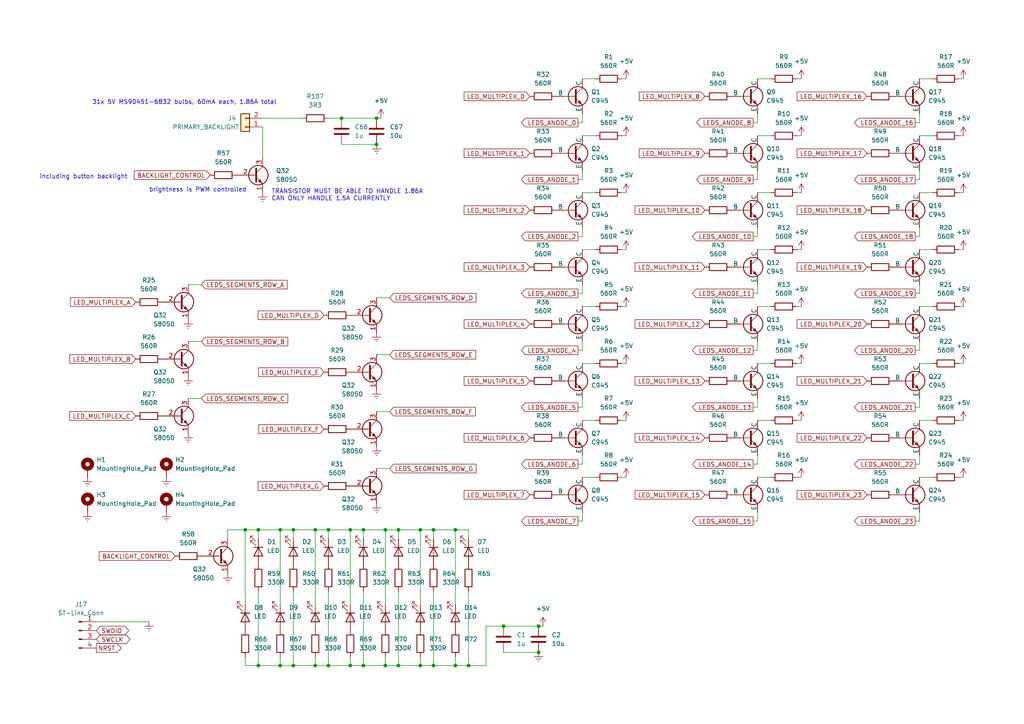
<source format=kicad_sch>
(kicad_sch (version 20230121) (generator eeschema)
  (paper "A4")
  (junction (at 85.09 193.04))
  (junction (at 74.93 153.67))
  (junction (at 81.28 153.67))
  (junction (at 109.22 41.91))
  (junction (at 121.92 193.04))
  (junction (at 105.41 193.04))
  (junction (at 85.09 153.67))
  (junction (at 115.57 193.04))
  (junction (at 125.73 193.04))
  (junction (at 156.21 181.61))
  (junction (at 109.22 34.29))
  (junction (at 132.08 193.04))
  (junction (at 95.25 193.04))
  (junction (at 115.57 153.67))
  (junction (at 74.93 193.04))
  (junction (at 81.28 193.04))
  (junction (at 101.6 193.04))
  (junction (at 91.44 193.04))
  (junction (at 111.76 153.67))
  (junction (at 105.41 153.67))
  (junction (at 156.21 189.23))
  (junction (at 71.12 153.67))
  (junction (at 91.44 153.67))
  (junction (at 135.89 193.04))
  (junction (at 132.08 153.67))
  (junction (at 99.06 34.29))
  (junction (at 95.25 153.67))
  (junction (at 111.76 193.04))
  (junction (at 146.05 181.61))
  (junction (at 121.92 153.67))
  (junction (at 125.73 153.67))
  (junction (at 101.6 153.67))
  (wire (pts (xy 265.43 134.62) (xy 266.7 134.62)))
  (wire (pts (xy 278.13 72.39) (xy 279.4 72.39)))
  (wire (pts (xy 167.64 118.11) (xy 168.91 118.11)))
  (wire (pts (xy 121.92 175.26) (xy 121.92 153.67)))
  (wire (pts (xy 99.06 41.91) (xy 109.22 41.91)))
  (wire (pts (xy 181.61 72.39) (xy 180.34 72.39)))
  (wire (pts (xy 121.92 153.67) (xy 115.57 153.67)))
  (wire (pts (xy 219.71 151.13) (xy 219.71 148.59)))
  (wire (pts (xy 109.22 86.36) (xy 113.03 86.36)))
  (wire (pts (xy 95.25 193.04) (xy 101.6 193.04)))
  (wire (pts (xy 278.13 121.92) (xy 279.4 121.92)))
  (wire (pts (xy 218.44 134.62) (xy 219.71 134.62)))
  (wire (pts (xy 95.25 153.67) (xy 95.25 156.21)))
  (wire (pts (xy 111.76 153.67) (xy 105.41 153.67)))
  (wire (pts (xy 266.7 138.43) (xy 270.51 138.43)))
  (wire (pts (xy 135.89 156.21) (xy 135.89 153.67)))
  (wire (pts (xy 85.09 171.45) (xy 85.09 193.04)))
  (wire (pts (xy 74.93 193.04) (xy 81.28 193.04)))
  (wire (pts (xy 265.43 101.6) (xy 266.7 101.6)))
  (wire (pts (xy 168.91 88.9) (xy 172.72 88.9)))
  (wire (pts (xy 168.91 68.58) (xy 168.91 66.04)))
  (wire (pts (xy 232.41 22.86) (xy 231.14 22.86)))
  (wire (pts (xy 266.7 85.09) (xy 266.7 82.55)))
  (wire (pts (xy 109.22 135.89) (xy 113.03 135.89)))
  (wire (pts (xy 81.28 190.5) (xy 81.28 193.04)))
  (wire (pts (xy 218.44 68.58) (xy 219.71 68.58)))
  (wire (pts (xy 218.44 35.56) (xy 219.71 35.56)))
  (wire (pts (xy 219.71 22.86) (xy 223.52 22.86)))
  (wire (pts (xy 168.91 85.09) (xy 168.91 82.55)))
  (wire (pts (xy 167.64 151.13) (xy 168.91 151.13)))
  (wire (pts (xy 99.06 34.29) (xy 109.22 34.29)))
  (wire (pts (xy 219.71 121.92) (xy 223.52 121.92)))
  (wire (pts (xy 278.13 88.9) (xy 279.4 88.9)))
  (wire (pts (xy 219.71 88.9) (xy 223.52 88.9)))
  (wire (pts (xy 266.7 35.56) (xy 266.7 33.02)))
  (wire (pts (xy 167.64 35.56) (xy 168.91 35.56)))
  (wire (pts (xy 91.44 153.67) (xy 85.09 153.67)))
  (wire (pts (xy 232.41 39.37) (xy 231.14 39.37)))
  (wire (pts (xy 219.71 105.41) (xy 223.52 105.41)))
  (wire (pts (xy 95.25 153.67) (xy 91.44 153.67)))
  (wire (pts (xy 168.91 151.13) (xy 168.91 148.59)))
  (wire (pts (xy 181.61 121.92) (xy 180.34 121.92)))
  (wire (pts (xy 181.61 55.88) (xy 180.34 55.88)))
  (wire (pts (xy 132.08 153.67) (xy 125.73 153.67)))
  (wire (pts (xy 121.92 190.5) (xy 121.92 193.04)))
  (wire (pts (xy 91.44 190.5) (xy 91.44 193.04)))
  (wire (pts (xy 85.09 193.04) (xy 91.44 193.04)))
  (wire (pts (xy 74.93 171.45) (xy 74.93 193.04)))
  (wire (pts (xy 181.61 138.43) (xy 180.34 138.43)))
  (wire (pts (xy 111.76 175.26) (xy 111.76 153.67)))
  (wire (pts (xy 266.7 88.9) (xy 270.51 88.9)))
  (wire (pts (xy 66.04 153.67) (xy 66.04 156.21)))
  (wire (pts (xy 109.22 119.38) (xy 113.03 119.38)))
  (wire (pts (xy 265.43 52.07) (xy 266.7 52.07)))
  (wire (pts (xy 265.43 68.58) (xy 266.7 68.58)))
  (wire (pts (xy 266.7 22.86) (xy 270.51 22.86)))
  (wire (pts (xy 71.12 175.26) (xy 71.12 153.67)))
  (wire (pts (xy 219.71 55.88) (xy 223.52 55.88)))
  (wire (pts (xy 219.71 52.07) (xy 219.71 49.53)))
  (wire (pts (xy 266.7 121.92) (xy 270.51 121.92)))
  (wire (pts (xy 105.41 153.67) (xy 101.6 153.67)))
  (wire (pts (xy 219.71 118.11) (xy 219.71 115.57)))
  (wire (pts (xy 266.7 39.37) (xy 270.51 39.37)))
  (wire (pts (xy 181.61 88.9) (xy 180.34 88.9)))
  (wire (pts (xy 218.44 85.09) (xy 219.71 85.09)))
  (wire (pts (xy 140.97 181.61) (xy 146.05 181.61)))
  (wire (pts (xy 140.97 181.61) (xy 140.97 193.04)))
  (wire (pts (xy 181.61 22.86) (xy 180.34 22.86)))
  (wire (pts (xy 278.13 39.37) (xy 279.4 39.37)))
  (wire (pts (xy 231.14 138.43) (xy 232.41 138.43)))
  (wire (pts (xy 266.7 151.13) (xy 266.7 148.59)))
  (wire (pts (xy 265.43 151.13) (xy 266.7 151.13)))
  (wire (pts (xy 181.61 105.41) (xy 180.34 105.41)))
  (wire (pts (xy 266.7 52.07) (xy 266.7 49.53)))
  (wire (pts (xy 265.43 118.11) (xy 266.7 118.11)))
  (wire (pts (xy 54.61 99.06) (xy 58.42 99.06)))
  (wire (pts (xy 231.14 105.41) (xy 232.41 105.41)))
  (wire (pts (xy 278.13 22.86) (xy 279.4 22.86)))
  (wire (pts (xy 266.7 118.11) (xy 266.7 115.57)))
  (wire (pts (xy 278.13 105.41) (xy 279.4 105.41)))
  (wire (pts (xy 81.28 193.04) (xy 85.09 193.04)))
  (wire (pts (xy 101.6 193.04) (xy 105.41 193.04)))
  (wire (pts (xy 85.09 153.67) (xy 85.09 156.21)))
  (wire (pts (xy 168.91 138.43) (xy 172.72 138.43)))
  (wire (pts (xy 71.12 153.67) (xy 66.04 153.67)))
  (wire (pts (xy 219.71 68.58) (xy 219.71 66.04)))
  (wire (pts (xy 167.64 52.07) (xy 168.91 52.07)))
  (wire (pts (xy 71.12 190.5) (xy 71.12 193.04)))
  (wire (pts (xy 54.61 115.57) (xy 58.42 115.57)))
  (wire (pts (xy 109.22 102.87) (xy 113.03 102.87)))
  (wire (pts (xy 219.71 85.09) (xy 219.71 82.55)))
  (wire (pts (xy 81.28 153.67) (xy 74.93 153.67)))
  (wire (pts (xy 125.73 193.04) (xy 132.08 193.04)))
  (wire (pts (xy 168.91 52.07) (xy 168.91 49.53)))
  (wire (pts (xy 218.44 101.6) (xy 219.71 101.6)))
  (wire (pts (xy 95.25 171.45) (xy 95.25 193.04)))
  (wire (pts (xy 74.93 153.67) (xy 71.12 153.67)))
  (wire (pts (xy 111.76 193.04) (xy 115.57 193.04)))
  (wire (pts (xy 140.97 193.04) (xy 135.89 193.04)))
  (wire (pts (xy 266.7 134.62) (xy 266.7 132.08)))
  (wire (pts (xy 115.57 193.04) (xy 121.92 193.04)))
  (wire (pts (xy 266.7 68.58) (xy 266.7 66.04)))
  (wire (pts (xy 101.6 153.67) (xy 95.25 153.67)))
  (wire (pts (xy 167.64 85.09) (xy 168.91 85.09)))
  (wire (pts (xy 146.05 181.61) (xy 156.21 181.61)))
  (wire (pts (xy 105.41 171.45) (xy 105.41 193.04)))
  (wire (pts (xy 167.64 101.6) (xy 168.91 101.6)))
  (wire (pts (xy 265.43 85.09) (xy 266.7 85.09)))
  (wire (pts (xy 76.2 36.83) (xy 76.2 45.72)))
  (wire (pts (xy 218.44 52.07) (xy 219.71 52.07)))
  (wire (pts (xy 168.91 134.62) (xy 168.91 132.08)))
  (wire (pts (xy 218.44 118.11) (xy 219.71 118.11)))
  (wire (pts (xy 101.6 175.26) (xy 101.6 153.67)))
  (wire (pts (xy 115.57 171.45) (xy 115.57 193.04)))
  (wire (pts (xy 101.6 190.5) (xy 101.6 193.04)))
  (wire (pts (xy 168.91 22.86) (xy 172.72 22.86)))
  (wire (pts (xy 111.76 190.5) (xy 111.76 193.04)))
  (wire (pts (xy 168.91 39.37) (xy 172.72 39.37)))
  (wire (pts (xy 266.7 55.88) (xy 270.51 55.88)))
  (wire (pts (xy 125.73 171.45) (xy 125.73 193.04)))
  (wire (pts (xy 121.92 193.04) (xy 125.73 193.04)))
  (wire (pts (xy 232.41 88.9) (xy 231.14 88.9)))
  (wire (pts (xy 219.71 138.43) (xy 223.52 138.43)))
  (wire (pts (xy 95.25 34.29) (xy 99.06 34.29)))
  (wire (pts (xy 125.73 153.67) (xy 121.92 153.67)))
  (wire (pts (xy 156.21 181.61) (xy 157.48 181.61)))
  (wire (pts (xy 168.91 35.56) (xy 168.91 33.02)))
  (wire (pts (xy 219.71 35.56) (xy 219.71 33.02)))
  (wire (pts (xy 266.7 72.39) (xy 270.51 72.39)))
  (wire (pts (xy 105.41 153.67) (xy 105.41 156.21)))
  (wire (pts (xy 146.05 189.23) (xy 156.21 189.23)))
  (wire (pts (xy 167.64 68.58) (xy 168.91 68.58)))
  (wire (pts (xy 168.91 118.11) (xy 168.91 115.57)))
  (wire (pts (xy 219.71 72.39) (xy 223.52 72.39)))
  (wire (pts (xy 115.57 153.67) (xy 115.57 156.21)))
  (wire (pts (xy 168.91 101.6) (xy 168.91 99.06)))
  (wire (pts (xy 278.13 55.88) (xy 279.4 55.88)))
  (wire (pts (xy 266.7 101.6) (xy 266.7 99.06)))
  (wire (pts (xy 115.57 153.67) (xy 111.76 153.67)))
  (wire (pts (xy 168.91 105.41) (xy 172.72 105.41)))
  (wire (pts (xy 168.91 72.39) (xy 172.72 72.39)))
  (wire (pts (xy 167.64 134.62) (xy 168.91 134.62)))
  (wire (pts (xy 232.41 55.88) (xy 231.14 55.88)))
  (wire (pts (xy 231.14 121.92) (xy 232.41 121.92)))
  (wire (pts (xy 219.71 101.6) (xy 219.71 99.06)))
  (wire (pts (xy 76.2 34.29) (xy 87.63 34.29)))
  (wire (pts (xy 74.93 153.67) (xy 74.93 156.21)))
  (wire (pts (xy 232.41 72.39) (xy 231.14 72.39)))
  (wire (pts (xy 54.61 82.55) (xy 58.42 82.55)))
  (wire (pts (xy 91.44 193.04) (xy 95.25 193.04)))
  (wire (pts (xy 91.44 175.26) (xy 91.44 153.67)))
  (wire (pts (xy 109.22 34.29) (xy 110.49 34.29)))
  (wire (pts (xy 219.71 39.37) (xy 223.52 39.37)))
  (wire (pts (xy 85.09 153.67) (xy 81.28 153.67)))
  (wire (pts (xy 168.91 55.88) (xy 172.72 55.88)))
  (wire (pts (xy 135.89 153.67) (xy 132.08 153.67)))
  (wire (pts (xy 81.28 175.26) (xy 81.28 153.67)))
  (wire (pts (xy 278.13 138.43) (xy 279.4 138.43)))
  (wire (pts (xy 218.44 151.13) (xy 219.71 151.13)))
  (wire (pts (xy 168.91 121.92) (xy 172.72 121.92)))
  (wire (pts (xy 125.73 153.67) (xy 125.73 156.21)))
  (wire (pts (xy 135.89 193.04) (xy 132.08 193.04)))
  (wire (pts (xy 132.08 193.04) (xy 132.08 190.5)))
  (wire (pts (xy 71.12 193.04) (xy 74.93 193.04)))
  (wire (pts (xy 135.89 171.45) (xy 135.89 193.04)))
  (wire (pts (xy 219.71 134.62) (xy 219.71 132.08)))
  (wire (pts (xy 265.43 35.56) (xy 266.7 35.56)))
  (wire (pts (xy 181.61 39.37) (xy 180.34 39.37)))
  (wire (pts (xy 27.94 180.34) (xy 43.18 180.34)))
  (wire (pts (xy 266.7 105.41) (xy 270.51 105.41)))
  (wire (pts (xy 105.41 193.04) (xy 111.76 193.04)))
  (wire (pts (xy 132.08 175.26) (xy 132.08 153.67)))
  (text "TRANSISTOR MUST BE ABLE TO HANDLE 1.86A\nCAN ONLY HANDLE 1.5A CURRENTLY" (at 78.74 58.42 0) (effects (font (size 1.27 1.27)) (justify left bottom)))
  (text "brightness is PWM controlled" (at 43.18 55.88 0) (effects (font (size 1.27 1.27)) (justify left bottom)))
  (text "including button backlight" (at 11.43 52.07 0) (effects (font (size 1.27 1.27)) (justify left bottom)))
  (text "31x 5V MS90451-6832 bulbs, 60mA each, 1.86A total" (at 26.67 30.48 0) (effects (font (size 1.27 1.27)) (justify left bottom)))
  (global_label "SWCLK" (shape bidirectional) (at 27.94 185.42 0) (property "Intersheetrefs" "${INTERSHEET_REFS}" (effects hide)))
  (global_label "LEDS_SEGMENTS_ROW_C" (shape input) (at 58.42 115.57 0) (property "Intersheetrefs" "${INTERSHEET_REFS}" (effects hide)))
  (global_label "LED_MULTIPLEX_16" (shape input) (at 251.46 27.94 180) (property "Intersheetrefs" "${INTERSHEET_REFS}" (effects hide)))
  (global_label "LED_MULTIPLEX_5" (shape input) (at 153.67 110.49 180) (property "Intersheetrefs" "${INTERSHEET_REFS}" (effects hide)))
  (global_label "LEDS_SEGMENTS_ROW_B" (shape input) (at 58.42 99.06 0) (property "Intersheetrefs" "${INTERSHEET_REFS}" (effects hide)))
  (global_label "LED_MULTIPLEX_18" (shape input) (at 251.46 60.96 180) (property "Intersheetrefs" "${INTERSHEET_REFS}" (effects hide)))
  (global_label "LED_MULTIPLEX_17" (shape input) (at 251.46 44.45 180) (property "Intersheetrefs" "${INTERSHEET_REFS}" (effects hide)))
  (global_label "LED_MULTIPLEX_14" (shape input) (at 204.47 127 180) (property "Intersheetrefs" "${INTERSHEET_REFS}" (effects hide)))
  (global_label "LEDS_ANODE_23" (shape output) (at 265.43 151.13 180) (property "Intersheetrefs" "${INTERSHEET_REFS}" (effects hide)))
  (global_label "LEDS_ANODE_18" (shape output) (at 265.43 68.58 180) (property "Intersheetrefs" "${INTERSHEET_REFS}" (effects hide)))
  (global_label "LEDS_ANODE_11" (shape output) (at 218.44 85.09 180) (property "Intersheetrefs" "${INTERSHEET_REFS}" (effects hide)))
  (global_label "LED_MULTIPLEX_E" (shape input) (at 93.98 107.95 180) (property "Intersheetrefs" "${INTERSHEET_REFS}" (effects hide)))
  (global_label "LEDS_ANODE_21" (shape output) (at 265.43 118.11 180) (property "Intersheetrefs" "${INTERSHEET_REFS}" (effects hide)))
  (global_label "LED_MULTIPLEX_10" (shape input) (at 204.47 60.96 180) (property "Intersheetrefs" "${INTERSHEET_REFS}" (effects hide)))
  (global_label "LEDS_ANODE_9" (shape output) (at 218.44 52.07 180) (property "Intersheetrefs" "${INTERSHEET_REFS}" (effects hide)))
  (global_label "LEDS_ANODE_8" (shape output) (at 218.44 35.56 180) (property "Intersheetrefs" "${INTERSHEET_REFS}" (effects hide)))
  (global_label "LEDS_ANODE_12" (shape output) (at 218.44 101.6 180) (property "Intersheetrefs" "${INTERSHEET_REFS}" (effects hide)))
  (global_label "LED_MULTIPLEX_0" (shape input) (at 153.67 27.94 180) (property "Intersheetrefs" "${INTERSHEET_REFS}" (effects hide)))
  (global_label "LEDS_ANODE_20" (shape output) (at 265.43 101.6 180) (property "Intersheetrefs" "${INTERSHEET_REFS}" (effects hide)))
  (global_label "LEDS_ANODE_0" (shape output) (at 167.64 35.56 180) (property "Intersheetrefs" "${INTERSHEET_REFS}" (effects hide)))
  (global_label "LEDS_ANODE_2" (shape output) (at 167.64 68.58 180) (property "Intersheetrefs" "${INTERSHEET_REFS}" (effects hide)))
  (global_label "LED_MULTIPLEX_13" (shape input) (at 204.47 110.49 180) (property "Intersheetrefs" "${INTERSHEET_REFS}" (effects hide)))
  (global_label "LEDS_ANODE_14" (shape output) (at 218.44 134.62 180) (property "Intersheetrefs" "${INTERSHEET_REFS}" (effects hide)))
  (global_label "LEDS_SEGMENTS_ROW_G" (shape input) (at 113.03 135.89 0) (property "Intersheetrefs" "${INTERSHEET_REFS}" (effects hide)))
  (global_label "LED_MULTIPLEX_19" (shape input) (at 251.46 77.47 180) (property "Intersheetrefs" "${INTERSHEET_REFS}" (effects hide)))
  (global_label "LED_MULTIPLEX_8" (shape input) (at 204.47 27.94 180) (property "Intersheetrefs" "${INTERSHEET_REFS}" (effects hide)))
  (global_label "LEDS_ANODE_10" (shape output) (at 218.44 68.58 180) (property "Intersheetrefs" "${INTERSHEET_REFS}" (effects hide)))
  (global_label "LED_MULTIPLEX_15" (shape input) (at 204.47 143.51 180) (property "Intersheetrefs" "${INTERSHEET_REFS}" (effects hide)))
  (global_label "LED_MULTIPLEX_2" (shape input) (at 153.67 60.96 180) (property "Intersheetrefs" "${INTERSHEET_REFS}" (effects hide)))
  (global_label "LEDS_ANODE_5" (shape output) (at 167.64 118.11 180) (property "Intersheetrefs" "${INTERSHEET_REFS}" (effects hide)))
  (global_label "LEDS_ANODE_16" (shape output) (at 265.43 35.56 180) (property "Intersheetrefs" "${INTERSHEET_REFS}" (effects hide)))
  (global_label "LEDS_ANODE_7" (shape output) (at 167.64 151.13 180) (property "Intersheetrefs" "${INTERSHEET_REFS}" (effects hide)))
  (global_label "LEDS_SEGMENTS_ROW_A" (shape input) (at 58.42 82.55 0) (property "Intersheetrefs" "${INTERSHEET_REFS}" (effects hide)))
  (global_label "LED_MULTIPLEX_23" (shape input) (at 251.46 143.51 180) (property "Intersheetrefs" "${INTERSHEET_REFS}" (effects hide)))
  (global_label "LED_MULTIPLEX_1" (shape input) (at 153.67 44.45 180) (property "Intersheetrefs" "${INTERSHEET_REFS}" (effects hide)))
  (global_label "LEDS_ANODE_13" (shape output) (at 218.44 118.11 180) (property "Intersheetrefs" "${INTERSHEET_REFS}" (effects hide)))
  (global_label "LEDS_SEGMENTS_ROW_F" (shape input) (at 113.03 119.38 0) (property "Intersheetrefs" "${INTERSHEET_REFS}" (effects hide)))
  (global_label "NRST" (shape output) (at 27.94 187.96 0) (property "Intersheetrefs" "${INTERSHEET_REFS}" (effects hide)))
  (global_label "LED_MULTIPLEX_C" (shape input) (at 39.37 120.65 180) (property "Intersheetrefs" "${INTERSHEET_REFS}" (effects hide)))
  (global_label "LEDS_ANODE_6" (shape output) (at 167.64 134.62 180) (property "Intersheetrefs" "${INTERSHEET_REFS}" (effects hide)))
  (global_label "LED_MULTIPLEX_7" (shape input) (at 153.67 143.51 180) (property "Intersheetrefs" "${INTERSHEET_REFS}" (effects hide)))
  (global_label "LED_MULTIPLEX_11" (shape input) (at 204.47 77.47 180) (property "Intersheetrefs" "${INTERSHEET_REFS}" (effects hide)))
  (global_label "BACKLIGHT_CONTROL" (shape input) (at 60.96 50.8 180) (property "Intersheetrefs" "${INTERSHEET_REFS}" (effects hide)))
  (global_label "LED_MULTIPLEX_22" (shape input) (at 251.46 127 180) (property "Intersheetrefs" "${INTERSHEET_REFS}" (effects hide)))
  (global_label "LED_MULTIPLEX_21" (shape input) (at 251.46 110.49 180) (property "Intersheetrefs" "${INTERSHEET_REFS}" (effects hide)))
  (global_label "LEDS_ANODE_1" (shape output) (at 167.64 52.07 180) (property "Intersheetrefs" "${INTERSHEET_REFS}" (effects hide)))
  (global_label "BACKLIGHT_CONTROL" (shape input) (at 50.8 161.29 180) (property "Intersheetrefs" "${INTERSHEET_REFS}" (effects hide)))
  (global_label "LED_MULTIPLEX_9" (shape input) (at 204.47 44.45 180) (property "Intersheetrefs" "${INTERSHEET_REFS}" (effects hide)))
  (global_label "LED_MULTIPLEX_B" (shape input) (at 39.37 104.14 180) (property "Intersheetrefs" "${INTERSHEET_REFS}" (effects hide)))
  (global_label "LED_MULTIPLEX_G" (shape input) (at 93.98 140.97 180) (property "Intersheetrefs" "${INTERSHEET_REFS}" (effects hide)))
  (global_label "LED_MULTIPLEX_F" (shape input) (at 93.98 124.46 180) (property "Intersheetrefs" "${INTERSHEET_REFS}" (effects hide)))
  (global_label "LED_MULTIPLEX_A" (shape input) (at 39.37 87.63 180) (property "Intersheetrefs" "${INTERSHEET_REFS}" (effects hide)))
  (global_label "LEDS_ANODE_17" (shape output) (at 265.43 52.07 180) (property "Intersheetrefs" "${INTERSHEET_REFS}" (effects hide)))
  (global_label "LEDS_SEGMENTS_ROW_D" (shape input) (at 113.03 86.36 0) (property "Intersheetrefs" "${INTERSHEET_REFS}" (effects hide)))
  (global_label "LED_MULTIPLEX_6" (shape input) (at 153.67 127 180) (property "Intersheetrefs" "${INTERSHEET_REFS}" (effects hide)))
  (global_label "SWDIO" (shape bidirectional) (at 27.94 182.88 0) (property "Intersheetrefs" "${INTERSHEET_REFS}" (effects hide)))
  (global_label "LEDS_ANODE_22" (shape output) (at 265.43 134.62 180) (property "Intersheetrefs" "${INTERSHEET_REFS}" (effects hide)))
  (global_label "LED_MULTIPLEX_3" (shape input) (at 153.67 77.47 180) (property "Intersheetrefs" "${INTERSHEET_REFS}" (effects hide)))
  (global_label "LED_MULTIPLEX_4" (shape input) (at 153.67 93.98 180) (property "Intersheetrefs" "${INTERSHEET_REFS}" (effects hide)))
  (global_label "LEDS_ANODE_15" (shape output) (at 218.44 151.13 180) (property "Intersheetrefs" "${INTERSHEET_REFS}" (effects hide)))
  (global_label "LEDS_ANODE_19" (shape output) (at 265.43 85.09 180) (property "Intersheetrefs" "${INTERSHEET_REFS}" (effects hide)))
  (global_label "LED_MULTIPLEX_D" (shape input) (at 93.98 91.44 180) (property "Intersheetrefs" "${INTERSHEET_REFS}" (effects hide)))
  (global_label "LEDS_ANODE_3" (shape output) (at 167.64 85.09 180) (property "Intersheetrefs" "${INTERSHEET_REFS}" (effects hide)))
  (global_label "LEDS_SEGMENTS_ROW_E" (shape input) (at 113.03 102.87 0) (property "Intersheetrefs" "${INTERSHEET_REFS}" (effects hide)))
  (global_label "LEDS_ANODE_4" (shape output) (at 167.64 101.6 180) (property "Intersheetrefs" "${INTERSHEET_REFS}" (effects hide)))
  (global_label "LED_MULTIPLEX_12" (shape input) (at 204.47 93.98 180) (property "Intersheetrefs" "${INTERSHEET_REFS}" (effects hide)))
  (global_label "LED_MULTIPLEX_20" (shape input) (at 251.46 93.98 180) (property "Intersheetrefs" "${INTERSHEET_REFS}" (effects hide)))
  (symbol (lib_id "power:+5V") (at 279.4 138.43 0) (unit 1)
    (property "Reference" "#PWR048" (effects hide))
    (property "Value" "+5V" (at 279.4 133.35 0))
  )
  (symbol (lib_id "Simulation_SPICE:NPN") (at 264.16 27.94 0) (unit 1)
    (property "Reference" "Q17" (at 269.24 26.67 0) (effects (justify left)))
    (property "Value" "C945" (at 269.24 29.21 0) (effects (justify left)))
    (property "Footprint" "Package_TO_SOT_THT:TO-92_Inline" (effects hide))
    (property "Sim.Device" "NPN" (effects hide))
    (property "Sim.Type" "GUMMELPOON" (effects hide))
    (property "Sim.Pins" "1=C 2=B 3=E" (effects hide))
  )
  (symbol (lib_id "Mechanical:MountingHole_Pad") (at 25.4 146.05 0) (unit 1)
    (property "Reference" "H3" (at 27.94 143.51 0) (effects (justify left)))
    (property "Value" "MountingHole_Pad" (at 27.94 146.05 0) (effects (justify left)))
    (property "Footprint" "MountingHole:MountingHole_4.3mm_M4_ISO7380_Pad" (effects hide))
  )
  (symbol (lib_id "Device:R") (at 208.28 143.51 90) (unit 1)
    (property "Reference" "R47" (at 208.28 137.16 90))
    (property "Value" "560R" (at 208.28 139.7 90))
    (property "Footprint" "Resistor_SMD:R_0402_1005Metric" (effects hide))
  )
  (symbol (lib_id "Simulation_SPICE:NPN") (at 217.17 143.51 0) (unit 1)
    (property "Reference" "Q16" (at 222.25 142.24 0) (effects (justify left)))
    (property "Value" "C945" (at 222.25 144.78 0) (effects (justify left)))
    (property "Footprint" "Package_TO_SOT_THT:TO-92_Inline" (effects hide))
    (property "Sim.Device" "NPN" (effects hide))
    (property "Sim.Type" "GUMMELPOON" (effects hide))
    (property "Sim.Pins" "1=C 2=B 3=E" (effects hide))
  )
  (symbol (lib_id "power:+5V") (at 181.61 39.37 0) (unit 1)
    (property "Reference" "#PWR04" (effects hide))
    (property "Value" "+5V" (at 181.61 34.29 0))
  )
  (symbol (lib_id "Device:R") (at 157.48 60.96 90) (unit 1)
    (property "Reference" "R34" (at 157.48 54.61 90))
    (property "Value" "560R" (at 157.48 57.15 90))
    (property "Footprint" "Resistor_SMD:R_0402_1005Metric" (effects hide))
  )
  (symbol (lib_id "Device:C") (at 109.22 38.1 0) (unit 1)
    (property "Reference" "C67" (at 113.03 36.83 0) (effects (justify left)))
    (property "Value" "10u" (at 113.03 39.37 0) (effects (justify left)))
    (property "Footprint" "Capacitor_SMD:C_0603_1608Metric" (effects hide))
  )
  (symbol (lib_id "Device:R") (at 274.32 138.43 90) (unit 1)
    (property "Reference" "R24" (at 274.32 132.08 90))
    (property "Value" "560R" (at 274.32 134.62 90))
    (property "Footprint" "Resistor_SMD:R_0402_1005Metric" (effects hide))
  )
  (symbol (lib_id "power:Earth") (at 109.22 41.91 0) (unit 1)
    (property "Reference" "#PWR0167" (effects hide))
    (property "Value" "Earth" (effects hide))
    (instances (project "mcpElectronicsv2" (path "" (reference "#PWR0167") (unit 1)) (path "" (reference "#PWR01") (unit 1))))
  )
  (symbol (lib_id "Device:R") (at 95.25 167.64 180) (unit 1)
    (property "Reference" "R61" (at 97.79 166.37 0) (effects (justify right)))
    (property "Value" "330R" (at 97.79 168.91 0) (effects (justify right)))
    (property "Footprint" "Resistor_SMD:R_0402_1005Metric" (effects hide))
    (instances (project "mcpElectronicsv2" (path "" (reference "R61") (unit 1)) (path "" (reference "R56") (unit 1))))
  )
  (symbol (lib_id "Device:R") (at 97.79 140.97 90) (unit 1)
    (property "Reference" "R31" (at 97.79 134.62 90))
    (property "Value" "560R" (at 97.79 137.16 90))
    (property "Footprint" "Resistor_SMD:R_0402_1005Metric" (effects hide))
  )
  (symbol (lib_id "Device:LED") (at 95.25 160.02 270) (unit 1)
    (property "Reference" "D3" (at 97.79 157.1625 90) (effects (justify left)))
    (property "Value" "LED" (at 97.79 159.7025 90) (effects (justify left)))
    (property "Footprint" "Connector_PinHeader_2.54mm:PinHeader_1x02_P2.54mm_Vertical" (effects hide))
  )
  (symbol (lib_id "Connector_Generic:Conn_01x02") (at 71.12 36.83 180) (unit 1)
    (property "Reference" "J4" (at 67.31 34.29 0))
    (property "Value" "PRIMARY_BACKLIGHT" (at 59.69 36.83 0))
    (property "Footprint" "Connector_PinHeader_2.54mm:PinHeader_1x02_P2.54mm_Vertical" (effects hide))
  )
  (symbol (lib_id "Simulation_SPICE:NPN") (at 166.37 27.94 0) (unit 1)
    (property "Reference" "Q1" (at 171.45 26.67 0) (effects (justify left)))
    (property "Value" "C945" (at 171.45 29.21 0) (effects (justify left)))
    (property "Footprint" "Package_TO_SOT_THT:TO-92_Inline" (effects hide))
    (property "Sim.Device" "NPN" (effects hide))
    (property "Sim.Type" "GUMMELPOON" (effects hide))
    (property "Sim.Pins" "1=C 2=B 3=E" (effects hide))
  )
  (symbol (lib_id "Simulation_SPICE:NPN") (at 166.37 60.96 0) (unit 1)
    (property "Reference" "Q3" (at 171.45 59.69 0) (effects (justify left)))
    (property "Value" "C945" (at 171.45 62.23 0) (effects (justify left)))
    (property "Footprint" "Package_TO_SOT_THT:TO-92_Inline" (effects hide))
    (property "Sim.Device" "NPN" (effects hide))
    (property "Sim.Type" "GUMMELPOON" (effects hide))
    (property "Sim.Pins" "1=C 2=B 3=E" (effects hide))
  )
  (symbol (lib_id "power:+5V") (at 232.41 39.37 0) (unit 1)
    (property "Reference" "#PWR020" (effects hide))
    (property "Value" "+5V" (at 232.41 34.29 0))
  )
  (symbol (lib_id "Device:LED") (at 125.73 160.02 270) (unit 1)
    (property "Reference" "D6" (at 128.27 157.1625 90) (effects (justify left)))
    (property "Value" "LED" (at 128.27 159.7025 90) (effects (justify left)))
    (property "Footprint" "Connector_PinHeader_2.54mm:PinHeader_1x02_P2.54mm_Vertical" (effects hide))
  )
  (symbol (lib_id "Transistor_BJT:S8050") (at 106.68 140.97 0) (unit 1)
    (property "Reference" "Q32" (at 99.06 144.78 0) (effects (justify left)))
    (property "Value" "S8050" (at 99.06 147.32 0) (effects (justify left)))
    (property "Footprint" "Package_TO_SOT_THT:TO-92_Inline" (effects hide))
    (property "Datasheet" "http://www.unisonic.com.tw/datasheet/S8050.pdf" (effects hide))
    (instances (project "mcpElectronicsv2" (path "" (reference "Q32") (unit 1)) (path "" (reference "Q31") (unit 1))))
  )
  (symbol (lib_id "Transistor_BJT:S8050") (at 106.68 91.44 0) (unit 1)
    (property "Reference" "Q32" (at 99.06 95.25 0) (effects (justify left)))
    (property "Value" "S8050" (at 99.06 97.79 0) (effects (justify left)))
    (property "Footprint" "Package_TO_SOT_THT:TO-92_Inline" (effects hide))
    (property "Datasheet" "http://www.unisonic.com.tw/datasheet/S8050.pdf" (effects hide))
    (instances (project "mcpElectronicsv2" (path "" (reference "Q32") (unit 1)) (path "" (reference "Q28") (unit 1))))
  )
  (symbol (lib_id "power:Earth") (at 43.18 180.34 0) (unit 1)
    (property "Reference" "#PWR0165" (effects hide))
    (property "Value" "Earth" (effects hide))
    (instances (project "mcpElectronicsv2" (path "" (reference "#PWR0165") (unit 1)) (path "" (reference "#PWR01") (unit 1))))
  )
  (symbol (lib_id "Device:R") (at 176.53 105.41 90) (unit 1)
    (property "Reference" "R6" (at 176.53 99.06 90))
    (property "Value" "560R" (at 176.53 101.6 90))
    (property "Footprint" "Resistor_SMD:R_0402_1005Metric" (effects hide))
  )
  (symbol (lib_id "power:Earth") (at 54.61 125.73 0) (unit 1)
    (property "Reference" "#PWR051" (effects hide))
    (property "Value" "Earth" (effects hide))
  )
  (symbol (lib_id "Device:R") (at 176.53 39.37 90) (unit 1)
    (property "Reference" "R2" (at 176.53 33.02 90))
    (property "Value" "560R" (at 176.53 35.56 90))
    (property "Footprint" "Resistor_SMD:R_0402_1005Metric" (effects hide))
  )
  (symbol (lib_id "power:Earth") (at 25.4 148.59 0) (unit 1)
    (property "Reference" "#PWR0189" (effects hide))
    (property "Value" "Earth" (effects hide))
  )
  (symbol (lib_id "power:+5V") (at 279.4 105.41 0) (unit 1)
    (property "Reference" "#PWR044" (effects hide))
    (property "Value" "+5V" (at 279.4 100.33 0))
  )
  (symbol (lib_id "Simulation_SPICE:NPN") (at 217.17 77.47 0) (unit 1)
    (property "Reference" "Q12" (at 222.25 76.2 0) (effects (justify left)))
    (property "Value" "C945" (at 222.25 78.74 0) (effects (justify left)))
    (property "Footprint" "Package_TO_SOT_THT:TO-92_Inline" (effects hide))
    (property "Sim.Device" "NPN" (effects hide))
    (property "Sim.Type" "GUMMELPOON" (effects hide))
    (property "Sim.Pins" "1=C 2=B 3=E" (effects hide))
  )
  (symbol (lib_id "Device:R") (at 64.77 50.8 90) (unit 1)
    (property "Reference" "R57" (at 64.77 44.45 90))
    (property "Value" "560R" (at 64.77 46.99 90))
    (property "Footprint" "Resistor_SMD:R_0402_1005Metric" (effects hide))
    (instances (project "mcpElectronicsv2" (path "" (reference "R57") (unit 1)) (path "" (reference "R56") (unit 1))))
  )
  (symbol (lib_id "power:Earth") (at 66.04 166.37 0) (unit 1)
    (property "Reference" "#PWR09" (effects hide))
    (property "Value" "Earth" (effects hide))
    (instances (project "mcpElectronicsv2" (path "" (reference "#PWR09") (unit 1)) (path "" (reference "#PWR01") (unit 1))))
  )
  (symbol (lib_id "Device:R") (at 176.53 88.9 90) (unit 1)
    (property "Reference" "R5" (at 176.53 82.55 90))
    (property "Value" "560R" (at 176.53 85.09 90))
    (property "Footprint" "Resistor_SMD:R_0402_1005Metric" (effects hide))
  )
  (symbol (lib_id "Device:LED") (at 111.76 179.07 270) (unit 1)
    (property "Reference" "D12" (at 114.3 176.2125 90) (effects (justify left)))
    (property "Value" "LED" (at 114.3 178.7525 90) (effects (justify left)))
    (property "Footprint" "Connector_PinHeader_2.54mm:PinHeader_1x02_P2.54mm_Vertical" (effects hide))
  )
  (symbol (lib_id "Device:R") (at 97.79 124.46 90) (unit 1)
    (property "Reference" "R30" (at 97.79 118.11 90))
    (property "Value" "560R" (at 97.79 120.65 90))
    (property "Footprint" "Resistor_SMD:R_0402_1005Metric" (effects hide))
  )
  (symbol (lib_id "Device:R") (at 101.6 186.69 180) (unit 1)
    (property "Reference" "R69" (at 104.14 185.42 0) (effects (justify right)))
    (property "Value" "330R" (at 104.14 187.96 0) (effects (justify right)))
    (property "Footprint" "Resistor_SMD:R_0402_1005Metric" (effects hide))
    (instances (project "mcpElectronicsv2" (path "" (reference "R69") (unit 1)) (path "" (reference "R56") (unit 1))))
  )
  (symbol (lib_id "Device:R") (at 132.08 186.69 180) (unit 1)
    (property "Reference" "R72" (at 134.62 185.42 0) (effects (justify right)))
    (property "Value" "330R" (effects hide))
    (property "Footprint" "Resistor_SMD:R_0402_1005Metric" (effects hide))
    (instances (project "mcpElectronicsv2" (path "" (reference "R72") (unit 1)) (path "" (reference "R56") (unit 1))))
  )
  (symbol (lib_id "power:+5V") (at 110.49 34.29 0) (unit 1)
    (property "Reference" "#PWR07" (effects hide))
    (property "Value" "+5V" (at 110.49 29.21 0))
  )
  (symbol (lib_id "Device:LED") (at 91.44 179.07 270) (unit 1)
    (property "Reference" "D10" (at 93.98 176.2125 90) (effects (justify left)))
    (property "Value" "LED" (at 93.98 178.7525 90) (effects (justify left)))
    (property "Footprint" "Connector_PinHeader_2.54mm:PinHeader_1x02_P2.54mm_Vertical" (effects hide))
  )
  (symbol (lib_id "Device:R") (at 208.28 93.98 90) (unit 1)
    (property "Reference" "R44" (at 208.28 87.63 90))
    (property "Value" "560R" (at 208.28 90.17 90))
    (property "Footprint" "Resistor_SMD:R_0402_1005Metric" (effects hide))
  )
  (symbol (lib_id "Device:LED") (at 74.93 160.02 270) (unit 1)
    (property "Reference" "D1" (at 77.47 157.1625 90) (effects (justify left)))
    (property "Value" "LED" (at 77.47 159.7025 90) (effects (justify left)))
    (property "Footprint" "Connector_PinHeader_2.54mm:PinHeader_1x02_P2.54mm_Vertical" (effects hide))
  )
  (symbol (lib_id "Transistor_BJT:S8050") (at 73.66 50.8 0) (unit 1)
    (property "Reference" "Q32" (at 80.01 49.53 0) (effects (justify left)))
    (property "Value" "S8050" (at 80.01 52.07 0) (effects (justify left)))
    (property "Footprint" "Package_TO_SOT_THT:TO-92_Inline" (effects hide))
    (property "Datasheet" "http://www.unisonic.com.tw/datasheet/S8050.pdf" (effects hide))
    (instances (project "mcpElectronicsv2" (path "" (reference "Q32") (unit 1)) (path "" (reference "Q33") (unit 1))))
  )
  (symbol (lib_id "Device:R") (at 176.53 138.43 90) (unit 1)
    (property "Reference" "R8" (at 176.53 132.08 90))
    (property "Value" "560R" (at 176.53 134.62 90))
    (property "Footprint" "Resistor_SMD:R_0402_1005Metric" (effects hide))
  )
  (symbol (lib_id "Device:R") (at 105.41 167.64 180) (unit 1)
    (property "Reference" "R62" (at 107.95 166.37 0) (effects (justify right)))
    (property "Value" "330R" (at 107.95 168.91 0) (effects (justify right)))
    (property "Footprint" "Resistor_SMD:R_0402_1005Metric" (effects hide))
    (instances (project "mcpElectronicsv2" (path "" (reference "R62") (unit 1)) (path "" (reference "R56") (unit 1))))
  )
  (symbol (lib_id "Mechanical:MountingHole_Pad") (at 25.4 135.89 0) (unit 1)
    (property "Reference" "H1" (at 27.94 133.35 0) (effects (justify left)))
    (property "Value" "MountingHole_Pad" (at 27.94 135.89 0) (effects (justify left)))
    (property "Footprint" "MountingHole:MountingHole_4.3mm_M4_ISO7380_Pad" (effects hide))
  )
  (symbol (lib_id "Device:R") (at 157.48 143.51 90) (unit 1)
    (property "Reference" "R39" (at 157.48 137.16 90))
    (property "Value" "560R" (at 157.48 139.7 90))
    (property "Footprint" "Resistor_SMD:R_0402_1005Metric" (effects hide))
  )
  (symbol (lib_id "Device:R") (at 43.18 104.14 90) (unit 1)
    (property "Reference" "R26" (at 43.18 97.79 90))
    (property "Value" "560R" (at 43.18 100.33 90))
    (property "Footprint" "Resistor_SMD:R_0402_1005Metric" (effects hide))
  )
  (symbol (lib_id "Device:R") (at 54.61 161.29 90) (unit 1)
    (property "Reference" "R58" (at 54.61 154.94 90))
    (property "Value" "560R" (at 54.61 157.48 90))
    (property "Footprint" "Resistor_SMD:R_0402_1005Metric" (effects hide))
    (instances (project "mcpElectronicsv2" (path "" (reference "R58") (unit 1)) (path "" (reference "R56") (unit 1))))
  )
  (symbol (lib_id "power:+5V") (at 181.61 105.41 0) (unit 1)
    (property "Reference" "#PWR012" (effects hide))
    (property "Value" "+5V" (at 181.61 100.33 0))
  )
  (symbol (lib_id "power:Earth") (at 48.26 148.59 0) (unit 1)
    (property "Reference" "#PWR0190" (effects hide))
    (property "Value" "Earth" (effects hide))
  )
  (symbol (lib_id "Device:R") (at 176.53 22.86 90) (unit 1)
    (property "Reference" "R1" (at 176.53 16.51 90))
    (property "Value" "560R" (at 176.53 19.05 90))
    (property "Footprint" "Resistor_SMD:R_0402_1005Metric" (effects hide))
  )
  (symbol (lib_id "Device:R") (at 157.48 93.98 90) (unit 1)
    (property "Reference" "R36" (at 157.48 87.63 90))
    (property "Value" "560R" (at 157.48 90.17 90))
    (property "Footprint" "Resistor_SMD:R_0402_1005Metric" (effects hide))
  )
  (symbol (lib_id "power:+5V") (at 232.41 22.86 0) (unit 1)
    (property "Reference" "#PWR018" (effects hide))
    (property "Value" "+5V" (at 232.41 17.78 0))
  )
  (symbol (lib_id "Simulation_SPICE:NPN") (at 264.16 44.45 0) (unit 1)
    (property "Reference" "Q18" (at 269.24 43.18 0) (effects (justify left)))
    (property "Value" "C945" (at 269.24 45.72 0) (effects (justify left)))
    (property "Footprint" "Package_TO_SOT_THT:TO-92_Inline" (effects hide))
    (property "Sim.Device" "NPN" (effects hide))
    (property "Sim.Type" "GUMMELPOON" (effects hide))
    (property "Sim.Pins" "1=C 2=B 3=E" (effects hide))
  )
  (symbol (lib_id "Device:LED") (at 135.89 160.02 270) (unit 1)
    (property "Reference" "D7" (at 138.43 157.1625 90) (effects (justify left)))
    (property "Value" "LED" (at 138.43 159.7025 90) (effects (justify left)))
    (property "Footprint" "Connector_PinHeader_2.54mm:PinHeader_1x02_P2.54mm_Vertical" (effects hide))
  )
  (symbol (lib_id "Transistor_BJT:S8050") (at 52.07 120.65 0) (unit 1)
    (property "Reference" "Q32" (at 44.45 124.46 0) (effects (justify left)))
    (property "Value" "S8050" (at 44.45 127 0) (effects (justify left)))
    (property "Footprint" "Package_TO_SOT_THT:TO-92_Inline" (effects hide))
    (property "Datasheet" "http://www.unisonic.com.tw/datasheet/S8050.pdf" (effects hide))
    (instances (project "mcpElectronicsv2" (path "" (reference "Q32") (unit 1)) (path "" (reference "Q27") (unit 1))))
  )
  (symbol (lib_id "power:+5V") (at 181.61 138.43 0) (unit 1)
    (property "Reference" "#PWR016" (effects hide))
    (property "Value" "+5V" (at 181.61 133.35 0))
  )
  (symbol (lib_id "Device:R") (at 176.53 72.39 90) (unit 1)
    (property "Reference" "R4" (at 176.53 66.04 90))
    (property "Value" "560R" (at 176.53 68.58 90))
    (property "Footprint" "Resistor_SMD:R_0402_1005Metric" (effects hide))
  )
  (symbol (lib_id "Simulation_SPICE:NPN") (at 217.17 44.45 0) (unit 1)
    (property "Reference" "Q10" (at 222.25 43.18 0) (effects (justify left)))
    (property "Value" "C945" (at 222.25 45.72 0) (effects (justify left)))
    (property "Footprint" "Package_TO_SOT_THT:TO-92_Inline" (effects hide))
    (property "Sim.Device" "NPN" (effects hide))
    (property "Sim.Type" "GUMMELPOON" (effects hide))
    (property "Sim.Pins" "1=C 2=B 3=E" (effects hide))
  )
  (symbol (lib_id "Device:R") (at 97.79 107.95 90) (unit 1)
    (property "Reference" "R29" (at 97.79 101.6 90))
    (property "Value" "560R" (at 97.79 104.14 90))
    (property "Footprint" "Resistor_SMD:R_0402_1005Metric" (effects hide))
  )
  (symbol (lib_id "Transistor_BJT:S8050") (at 52.07 104.14 0) (unit 1)
    (property "Reference" "Q32" (at 44.45 107.95 0) (effects (justify left)))
    (property "Value" "S8050" (at 44.45 110.49 0) (effects (justify left)))
    (property "Footprint" "Package_TO_SOT_THT:TO-92_Inline" (effects hide))
    (property "Datasheet" "http://www.unisonic.com.tw/datasheet/S8050.pdf" (effects hide))
    (instances (project "mcpElectronicsv2" (path "" (reference "Q32") (unit 1)) (path "" (reference "Q26") (unit 1))))
  )
  (symbol (lib_id "Simulation_SPICE:NPN") (at 166.37 127 0) (unit 1)
    (property "Reference" "Q7" (at 171.45 125.73 0) (effects (justify left)))
    (property "Value" "C945" (at 171.45 128.27 0) (effects (justify left)))
    (property "Footprint" "Package_TO_SOT_THT:TO-92_Inline" (effects hide))
    (property "Sim.Device" "NPN" (effects hide))
    (property "Sim.Type" "GUMMELPOON" (effects hide))
    (property "Sim.Pins" "1=C 2=B 3=E" (effects hide))
  )
  (symbol (lib_id "Device:R") (at 255.27 44.45 90) (unit 1)
    (property "Reference" "R49" (at 255.27 38.1 90))
    (property "Value" "560R" (at 255.27 40.64 90))
    (property "Footprint" "Resistor_SMD:R_0402_1005Metric" (effects hide))
  )
  (symbol (lib_id "Device:R") (at 208.28 110.49 90) (unit 1)
    (property "Reference" "R45" (at 208.28 104.14 90))
    (property "Value" "560R" (at 208.28 106.68 90))
    (property "Footprint" "Resistor_SMD:R_0402_1005Metric" (effects hide))
  )
  (symbol (lib_id "power:+5V") (at 181.61 121.92 0) (unit 1)
    (property "Reference" "#PWR014" (effects hide))
    (property "Value" "+5V" (at 181.61 116.84 0))
  )
  (symbol (lib_id "power:+5V") (at 279.4 121.92 0) (unit 1)
    (property "Reference" "#PWR046" (effects hide))
    (property "Value" "+5V" (at 279.4 116.84 0))
  )
  (symbol (lib_id "Device:R") (at 43.18 87.63 90) (unit 1)
    (property "Reference" "R25" (at 43.18 81.28 90))
    (property "Value" "560R" (at 43.18 83.82 90))
    (property "Footprint" "Resistor_SMD:R_0402_1005Metric" (effects hide))
  )
  (symbol (lib_id "power:Earth") (at 109.22 96.52 0) (unit 1)
    (property "Reference" "#PWR052" (effects hide))
    (property "Value" "Earth" (effects hide))
  )
  (symbol (lib_id "Device:R") (at 91.44 186.69 180) (unit 1)
    (property "Reference" "R68" (at 93.98 185.42 0) (effects (justify right)))
    (property "Value" "330R" (at 93.98 187.96 0) (effects (justify right)))
    (property "Footprint" "Resistor_SMD:R_0402_1005Metric" (effects hide))
    (instances (project "mcpElectronicsv2" (path "" (reference "R68") (unit 1)) (path "" (reference "R56") (unit 1))))
  )
  (symbol (lib_id "Simulation_SPICE:NPN") (at 217.17 110.49 0) (unit 1)
    (property "Reference" "Q14" (at 222.25 109.22 0) (effects (justify left)))
    (property "Value" "C945" (at 222.25 111.76 0) (effects (justify left)))
    (property "Footprint" "Package_TO_SOT_THT:TO-92_Inline" (effects hide))
    (property "Sim.Device" "NPN" (effects hide))
    (property "Sim.Type" "GUMMELPOON" (effects hide))
    (property "Sim.Pins" "1=C 2=B 3=E" (effects hide))
  )
  (symbol (lib_id "Device:R") (at 227.33 121.92 90) (unit 1)
    (property "Reference" "R15" (at 227.33 115.57 90))
    (property "Value" "560R" (at 227.33 118.11 90))
    (property "Footprint" "Resistor_SMD:R_0402_1005Metric" (effects hide))
  )
  (symbol (lib_id "Device:LED") (at 85.09 160.02 270) (unit 1)
    (property "Reference" "D2" (at 87.63 157.1625 90) (effects (justify left)))
    (property "Value" "LED" (at 87.63 159.7025 90) (effects (justify left)))
    (property "Footprint" "Connector_PinHeader_2.54mm:PinHeader_1x02_P2.54mm_Vertical" (effects hide))
  )
  (symbol (lib_id "Device:R") (at 97.79 91.44 90) (unit 1)
    (property "Reference" "R28" (at 97.79 85.09 90))
    (property "Value" "560R" (at 97.79 87.63 90))
    (property "Footprint" "Resistor_SMD:R_0402_1005Metric" (effects hide))
  )
  (symbol (lib_id "Transistor_BJT:S8050") (at 63.5 161.29 0) (unit 1)
    (property "Reference" "Q32" (at 55.88 165.1 0) (effects (justify left)))
    (property "Value" "S8050" (at 55.88 167.64 0) (effects (justify left)))
    (property "Footprint" "Package_TO_SOT_THT:TO-92_Inline" (effects hide))
    (property "Datasheet" "http://www.unisonic.com.tw/datasheet/S8050.pdf" (effects hide))
    (instances (project "mcpElectronicsv2" (path "" (reference "Q32") (unit 1)) (path "" (reference "Q34") (unit 1))))
  )
  (symbol (lib_id "Device:R") (at 274.32 88.9 90) (unit 1)
    (property "Reference" "R21" (at 274.32 82.55 90))
    (property "Value" "560R" (at 274.32 85.09 90))
    (property "Footprint" "Resistor_SMD:R_0402_1005Metric" (effects hide))
  )
  (symbol (lib_id "Simulation_SPICE:NPN") (at 264.16 110.49 0) (unit 1)
    (property "Reference" "Q22" (at 269.24 109.22 0) (effects (justify left)))
    (property "Value" "C945" (at 269.24 111.76 0) (effects (justify left)))
    (property "Footprint" "Package_TO_SOT_THT:TO-92_Inline" (effects hide))
    (property "Sim.Device" "NPN" (effects hide))
    (property "Sim.Type" "GUMMELPOON" (effects hide))
    (property "Sim.Pins" "1=C 2=B 3=E" (effects hide))
  )
  (symbol (lib_id "Device:R") (at 125.73 167.64 180) (unit 1)
    (property "Reference" "R64" (at 128.27 166.37 0) (effects (justify right)))
    (property "Value" "330R" (at 128.27 168.91 0) (effects (justify right)))
    (property "Footprint" "Resistor_SMD:R_0402_1005Metric" (effects hide))
    (instances (project "mcpElectronicsv2" (path "" (reference "R64") (unit 1)) (path "" (reference "R56") (unit 1))))
  )
  (symbol (lib_id "Simulation_SPICE:NPN") (at 166.37 93.98 0) (unit 1)
    (property "Reference" "Q5" (at 171.45 92.71 0) (effects (justify left)))
    (property "Value" "C945" (at 171.45 95.25 0) (effects (justify left)))
    (property "Footprint" "Package_TO_SOT_THT:TO-92_Inline" (effects hide))
    (property "Sim.Device" "NPN" (effects hide))
    (property "Sim.Type" "GUMMELPOON" (effects hide))
    (property "Sim.Pins" "1=C 2=B 3=E" (effects hide))
  )
  (symbol (lib_id "Device:R") (at 157.48 110.49 90) (unit 1)
    (property "Reference" "R37" (at 157.48 104.14 90))
    (property "Value" "560R" (at 157.48 106.68 90))
    (property "Footprint" "Resistor_SMD:R_0402_1005Metric" (effects hide))
  )
  (symbol (lib_id "Device:R") (at 208.28 60.96 90) (unit 1)
    (property "Reference" "R42" (at 208.28 54.61 90))
    (property "Value" "560R" (at 208.28 57.15 90))
    (property "Footprint" "Resistor_SMD:R_0402_1005Metric" (effects hide))
  )
  (symbol (lib_id "power:+5V") (at 157.48 181.61 0) (unit 1)
    (property "Reference" "#PWR011" (effects hide))
    (property "Value" "+5V" (at 157.48 176.53 0))
  )
  (symbol (lib_id "power:Earth") (at 76.2 55.88 0) (unit 1)
    (property "Reference" "#PWR05" (effects hide))
    (property "Value" "Earth" (effects hide))
    (instances (project "mcpElectronicsv2" (path "" (reference "#PWR05") (unit 1)) (path "" (reference "#PWR01") (unit 1))))
  )
  (symbol (lib_id "Device:R") (at 208.28 27.94 90) (unit 1)
    (property "Reference" "R40" (at 208.28 21.59 90))
    (property "Value" "560R" (at 208.28 24.13 90))
    (property "Footprint" "Resistor_SMD:R_0402_1005Metric" (effects hide))
  )
  (symbol (lib_id "Device:R") (at 274.32 105.41 90) (unit 1)
    (property "Reference" "R22" (at 274.32 99.06 90))
    (property "Value" "560R" (at 274.32 101.6 90))
    (property "Footprint" "Resistor_SMD:R_0402_1005Metric" (effects hide))
  )
  (symbol (lib_id "power:Earth") (at 109.22 129.54 0) (unit 1)
    (property "Reference" "#PWR054" (effects hide))
    (property "Value" "Earth" (effects hide))
  )
  (symbol (lib_id "Connector:Conn_01x04_Pin") (at 22.86 182.88 0) (unit 1)
    (property "Reference" "J17" (at 23.495 175.26 0))
    (property "Value" "ST-Link_Conn" (at 23.495 177.8 0))
    (property "Footprint" "Connector_PinHeader_2.54mm:PinHeader_1x04_P2.54mm_Vertical" (effects hide))
  )
  (symbol (lib_id "Simulation_SPICE:NPN") (at 264.16 60.96 0) (unit 1)
    (property "Reference" "Q19" (at 269.24 59.69 0) (effects (justify left)))
    (property "Value" "C945" (at 269.24 62.23 0) (effects (justify left)))
    (property "Footprint" "Package_TO_SOT_THT:TO-92_Inline" (effects hide))
    (property "Sim.Device" "NPN" (effects hide))
    (property "Sim.Type" "GUMMELPOON" (effects hide))
    (property "Sim.Pins" "1=C 2=B 3=E" (effects hide))
  )
  (symbol (lib_id "Device:R") (at 255.27 93.98 90) (unit 1)
    (property "Reference" "R52" (at 255.27 87.63 90))
    (property "Value" "560R" (at 255.27 90.17 90))
    (property "Footprint" "Resistor_SMD:R_0402_1005Metric" (effects hide))
  )
  (symbol (lib_id "Transistor_BJT:S8050") (at 106.68 107.95 0) (unit 1)
    (property "Reference" "Q32" (at 99.06 111.76 0) (effects (justify left)))
    (property "Value" "S8050" (at 99.06 114.3 0) (effects (justify left)))
    (property "Footprint" "Package_TO_SOT_THT:TO-92_Inline" (effects hide))
    (property "Datasheet" "http://www.unisonic.com.tw/datasheet/S8050.pdf" (effects hide))
    (instances (project "mcpElectronicsv2" (path "" (reference "Q32") (unit 1)) (path "" (reference "Q29") (unit 1))))
  )
  (symbol (lib_id "Device:R") (at 176.53 55.88 90) (unit 1)
    (property "Reference" "R3" (at 176.53 49.53 90))
    (property "Value" "560R" (at 176.53 52.07 90))
    (property "Footprint" "Resistor_SMD:R_0402_1005Metric" (effects hide))
  )
  (symbol (lib_id "Device:R") (at 255.27 143.51 90) (unit 1)
    (property "Reference" "R55" (at 255.27 137.16 90))
    (property "Value" "560R" (at 255.27 139.7 90))
    (property "Footprint" "Resistor_SMD:R_0402_1005Metric" (effects hide))
  )
  (symbol (lib_id "Device:R") (at 227.33 72.39 90) (unit 1)
    (property "Reference" "R12" (at 227.33 66.04 90))
    (property "Value" "560R" (at 227.33 68.58 90))
    (property "Footprint" "Resistor_SMD:R_0402_1005Metric" (effects hide))
  )
  (symbol (lib_id "power:Earth") (at 156.21 189.23 0) (unit 1)
    (property "Reference" "#PWR013" (effects hide))
    (property "Value" "Earth" (effects hide))
    (instances (project "mcpElectronicsv2" (path "" (reference "#PWR013") (unit 1)) (path "" (reference "#PWR01") (unit 1))))
  )
  (symbol (lib_id "Device:R") (at 71.12 186.69 180) (unit 1)
    (property "Reference" "R66" (at 73.66 185.42 0) (effects (justify right)))
    (property "Value" "330R" (at 73.66 187.96 0) (effects (justify right)))
    (property "Footprint" "Resistor_SMD:R_0402_1005Metric" (effects hide))
    (instances (project "mcpElectronicsv2" (path "" (reference "R66") (unit 1)) (path "" (reference "R56") (unit 1))))
  )
  (symbol (lib_id "power:+5V") (at 232.41 72.39 0) (unit 1)
    (property "Reference" "#PWR024" (effects hide))
    (property "Value" "+5V" (at 232.41 67.31 0))
  )
  (symbol (lib_id "Simulation_SPICE:NPN") (at 166.37 143.51 0) (unit 1)
    (property "Reference" "Q8" (at 171.45 142.24 0) (effects (justify left)))
    (property "Value" "C945" (at 171.45 144.78 0) (effects (justify left)))
    (property "Footprint" "Package_TO_SOT_THT:TO-92_Inline" (effects hide))
    (property "Sim.Device" "NPN" (effects hide))
    (property "Sim.Type" "GUMMELPOON" (effects hide))
    (property "Sim.Pins" "1=C 2=B 3=E" (effects hide))
  )
  (symbol (lib_id "Mechanical:MountingHole_Pad") (at 48.26 146.05 0) (unit 1)
    (property "Reference" "H4" (at 50.8 143.51 0) (effects (justify left)))
    (property "Value" "MountingHole_Pad" (at 50.8 146.05 0) (effects (justify left)))
    (property "Footprint" "MountingHole:MountingHole_4.3mm_M4_ISO7380_Pad" (effects hide))
  )
  (symbol (lib_id "Device:R") (at 227.33 105.41 90) (unit 1)
    (property "Reference" "R14" (at 227.33 99.06 90))
    (property "Value" "560R" (at 227.33 101.6 90))
    (property "Footprint" "Resistor_SMD:R_0402_1005Metric" (effects hide))
  )
  (symbol (lib_id "Device:R") (at 255.27 60.96 90) (unit 1)
    (property "Reference" "R50" (at 255.27 54.61 90))
    (property "Value" "560R" (at 255.27 57.15 90))
    (property "Footprint" "Resistor_SMD:R_0402_1005Metric" (effects hide))
  )
  (symbol (lib_id "Device:LED") (at 132.08 179.07 270) (unit 1)
    (property "Reference" "D14" (at 134.62 176.2125 90) (effects (justify left)))
    (property "Value" "LED" (at 134.62 178.7525 90) (effects (justify left)))
    (property "Footprint" "Connector_PinHeader_2.54mm:PinHeader_1x02_P2.54mm_Vertical" (effects hide))
  )
  (symbol (lib_id "Device:LED") (at 101.6 179.07 270) (unit 1)
    (property "Reference" "D11" (at 104.14 176.2125 90) (effects (justify left)))
    (property "Value" "LED" (at 104.14 178.7525 90) (effects (justify left)))
    (property "Footprint" "Connector_PinHeader_2.54mm:PinHeader_1x02_P2.54mm_Vertical" (effects hide))
  )
  (symbol (lib_id "power:Earth") (at 109.22 146.05 0) (unit 1)
    (property "Reference" "#PWR055" (effects hide))
    (property "Value" "Earth" (effects hide))
  )
  (symbol (lib_id "Device:R") (at 157.48 44.45 90) (unit 1)
    (property "Reference" "R33" (at 157.48 38.1 90))
    (property "Value" "560R" (at 157.48 40.64 90))
    (property "Footprint" "Resistor_SMD:R_0402_1005Metric" (effects hide))
  )
  (symbol (lib_id "power:Earth") (at 109.22 113.03 0) (unit 1)
    (property "Reference" "#PWR053" (effects hide))
    (property "Value" "Earth" (effects hide))
  )
  (symbol (lib_id "power:+5V") (at 181.61 55.88 0) (unit 1)
    (property "Reference" "#PWR06" (effects hide))
    (property "Value" "+5V" (at 181.61 50.8 0))
  )
  (symbol (lib_id "Device:R") (at 227.33 138.43 90) (unit 1)
    (property "Reference" "R16" (at 227.33 132.08 90))
    (property "Value" "560R" (at 227.33 134.62 90))
    (property "Footprint" "Resistor_SMD:R_0402_1005Metric" (effects hide))
  )
  (symbol (lib_id "Simulation_SPICE:NPN") (at 264.16 127 0) (unit 1)
    (property "Reference" "Q23" (at 269.24 125.73 0) (effects (justify left)))
    (property "Value" "C945" (at 269.24 128.27 0) (effects (justify left)))
    (property "Footprint" "Package_TO_SOT_THT:TO-92_Inline" (effects hide))
    (property "Sim.Device" "NPN" (effects hide))
    (property "Sim.Type" "GUMMELPOON" (effects hide))
    (property "Sim.Pins" "1=C 2=B 3=E" (effects hide))
  )
  (symbol (lib_id "power:+5V") (at 181.61 22.86 0) (unit 1)
    (property "Reference" "#PWR02" (effects hide))
    (property "Value" "+5V" (at 181.61 17.78 0))
  )
  (symbol (lib_id "Device:R") (at 157.48 127 90) (unit 1)
    (property "Reference" "R38" (at 157.48 120.65 90))
    (property "Value" "560R" (at 157.48 123.19 90))
    (property "Footprint" "Resistor_SMD:R_0402_1005Metric" (effects hide))
  )
  (symbol (lib_id "Device:R") (at 227.33 55.88 90) (unit 1)
    (property "Reference" "R11" (at 227.33 49.53 90))
    (property "Value" "560R" (at 227.33 52.07 90))
    (property "Footprint" "Resistor_SMD:R_0402_1005Metric" (effects hide))
  )
  (symbol (lib_id "Device:R") (at 227.33 39.37 90) (unit 1)
    (property "Reference" "R10" (at 227.33 33.02 90))
    (property "Value" "560R" (at 227.33 35.56 90))
    (property "Footprint" "Resistor_SMD:R_0402_1005Metric" (effects hide))
  )
  (symbol (lib_id "power:+5V") (at 279.4 72.39 0) (unit 1)
    (property "Reference" "#PWR040" (effects hide))
    (property "Value" "+5V" (at 279.4 67.31 0))
  )
  (symbol (lib_id "Device:R") (at 274.32 121.92 90) (unit 1)
    (property "Reference" "R23" (at 274.32 115.57 90))
    (property "Value" "560R" (at 274.32 118.11 90))
    (property "Footprint" "Resistor_SMD:R_0402_1005Metric" (effects hide))
  )
  (symbol (lib_id "Simulation_SPICE:NPN") (at 217.17 93.98 0) (unit 1)
    (property "Reference" "Q13" (at 222.25 92.71 0) (effects (justify left)))
    (property "Value" "C945" (at 222.25 95.25 0) (effects (justify left)))
    (property "Footprint" "Package_TO_SOT_THT:TO-92_Inline" (effects hide))
    (property "Sim.Device" "NPN" (effects hide))
    (property "Sim.Type" "GUMMELPOON" (effects hide))
    (property "Sim.Pins" "1=C 2=B 3=E" (effects hide))
  )
  (symbol (lib_id "Device:R") (at 121.92 186.69 180) (unit 1)
    (property "Reference" "R71" (at 124.46 185.42 0) (effects (justify right)))
    (property "Value" "330R" (at 124.46 187.96 0) (effects (justify right)))
    (property "Footprint" "Resistor_SMD:R_0402_1005Metric" (effects hide))
    (instances (project "mcpElectronicsv2" (path "" (reference "R71") (unit 1)) (path "" (reference "R56") (unit 1))))
  )
  (symbol (lib_id "Device:R") (at 43.18 120.65 90) (unit 1)
    (property "Reference" "R27" (at 43.18 114.3 90))
    (property "Value" "560R" (at 43.18 116.84 90))
    (property "Footprint" "Resistor_SMD:R_0402_1005Metric" (effects hide))
  )
  (symbol (lib_id "power:Earth") (at 25.4 138.43 0) (unit 1)
    (property "Reference" "#PWR0187" (effects hide))
    (property "Value" "Earth" (effects hide))
  )
  (symbol (lib_id "Device:R") (at 111.76 186.69 180) (unit 1)
    (property "Reference" "R70" (at 114.3 185.42 0) (effects (justify right)))
    (property "Value" "330R" (at 114.3 187.96 0) (effects (justify right)))
    (property "Footprint" "Resistor_SMD:R_0402_1005Metric" (effects hide))
    (instances (project "mcpElectronicsv2" (path "" (reference "R70") (unit 1)) (path "" (reference "R56") (unit 1))))
  )
  (symbol (lib_id "Device:R") (at 227.33 22.86 90) (unit 1)
    (property "Reference" "R9" (at 227.33 16.51 90))
    (property "Value" "560R" (at 227.33 19.05 90))
    (property "Footprint" "Resistor_SMD:R_0402_1005Metric" (effects hide))
  )
  (symbol (lib_id "Simulation_SPICE:NPN") (at 217.17 127 0) (unit 1)
    (property "Reference" "Q15" (at 222.25 125.73 0) (effects (justify left)))
    (property "Value" "C945" (at 222.25 128.27 0) (effects (justify left)))
    (property "Footprint" "Package_TO_SOT_THT:TO-92_Inline" (effects hide))
    (property "Sim.Device" "NPN" (effects hide))
    (property "Sim.Type" "GUMMELPOON" (effects hide))
    (property "Sim.Pins" "1=C 2=B 3=E" (effects hide))
  )
  (symbol (lib_id "power:+5V") (at 181.61 72.39 0) (unit 1)
    (property "Reference" "#PWR08" (effects hide))
    (property "Value" "+5V" (at 181.61 67.31 0))
  )
  (symbol (lib_id "Device:R") (at 135.89 167.64 180) (unit 1)
    (property "Reference" "R65" (at 138.43 166.37 0) (effects (justify right)))
    (property "Value" "330R" (effects hide))
    (property "Footprint" "Resistor_SMD:R_0402_1005Metric" (effects hide))
    (instances (project "mcpElectronicsv2" (path "" (reference "R65") (unit 1)) (path "" (reference "R56") (unit 1))))
  )
  (symbol (lib_id "Device:R") (at 208.28 44.45 90) (unit 1)
    (property "Reference" "R41" (at 208.28 38.1 90))
    (property "Value" "560R" (at 208.28 40.64 90))
    (property "Footprint" "Resistor_SMD:R_0402_1005Metric" (effects hide))
  )
  (symbol (lib_id "Device:R") (at 274.32 72.39 90) (unit 1)
    (property "Reference" "R20" (at 274.32 66.04 90))
    (property "Value" "560R" (at 274.32 68.58 90))
    (property "Footprint" "Resistor_SMD:R_0402_1005Metric" (effects hide))
  )
  (symbol (lib_id "Device:LED") (at 121.92 179.07 270) (unit 1)
    (property "Reference" "D13" (at 124.46 176.2125 90) (effects (justify left)))
    (property "Value" "LED" (at 124.46 178.7525 90) (effects (justify left)))
    (property "Footprint" "Connector_PinHeader_2.54mm:PinHeader_1x02_P2.54mm_Vertical" (effects hide))
  )
  (symbol (lib_id "power:+5V") (at 232.41 88.9 0) (unit 1)
    (property "Reference" "#PWR026" (effects hide))
    (property "Value" "+5V" (at 232.41 83.82 0))
  )
  (symbol (lib_id "power:+5V") (at 279.4 88.9 0) (unit 1)
    (property "Reference" "#PWR042" (effects hide))
    (property "Value" "+5V" (at 279.4 83.82 0))
  )
  (symbol (lib_id "Device:R") (at 274.32 22.86 90) (unit 1)
    (property "Reference" "R17" (at 274.32 16.51 90))
    (property "Value" "560R" (at 274.32 19.05 90))
    (property "Footprint" "Resistor_SMD:R_0402_1005Metric" (effects hide))
  )
  (symbol (lib_id "Simulation_SPICE:NPN") (at 166.37 77.47 0) (unit 1)
    (property "Reference" "Q4" (at 171.45 76.2 0) (effects (justify left)))
    (property "Value" "C945" (at 171.45 78.74 0) (effects (justify left)))
    (property "Footprint" "Package_TO_SOT_THT:TO-92_Inline" (effects hide))
    (property "Sim.Device" "NPN" (effects hide))
    (property "Sim.Type" "GUMMELPOON" (effects hide))
    (property "Sim.Pins" "1=C 2=B 3=E" (effects hide))
  )
  (symbol (lib_id "Simulation_SPICE:NPN") (at 264.16 143.51 0) (unit 1)
    (property "Reference" "Q24" (at 269.24 142.24 0) (effects (justify left)))
    (property "Value" "C945" (at 269.24 144.78 0) (effects (justify left)))
    (property "Footprint" "Package_TO_SOT_THT:TO-92_Inline" (effects hide))
    (property "Sim.Device" "NPN" (effects hide))
    (property "Sim.Type" "GUMMELPOON" (effects hide))
    (property "Sim.Pins" "1=C 2=B 3=E" (effects hide))
  )
  (symbol (lib_id "Device:R") (at 274.32 39.37 90) (unit 1)
    (property "Reference" "R18" (at 274.32 33.02 90))
    (property "Value" "560R" (at 274.32 35.56 90))
    (property "Footprint" "Resistor_SMD:R_0402_1005Metric" (effects hide))
  )
  (symbol (lib_id "Device:LED") (at 71.12 179.07 270) (unit 1)
    (property "Reference" "D8" (at 73.66 176.2125 90) (effects (justify left)))
    (property "Value" "LED" (at 73.66 178.7525 90) (effects (justify left)))
    (property "Footprint" "Connector_PinHeader_2.54mm:PinHeader_1x02_P2.54mm_Vertical" (effects hide))
  )
  (symbol (lib_id "Simulation_SPICE:NPN") (at 166.37 110.49 0) (unit 1)
    (property "Reference" "Q6" (at 171.45 109.22 0) (effects (justify left)))
    (property "Value" "C945" (at 171.45 111.76 0) (effects (justify left)))
    (property "Footprint" "Package_TO_SOT_THT:TO-92_Inline" (effects hide))
    (property "Sim.Device" "NPN" (effects hide))
    (property "Sim.Type" "GUMMELPOON" (effects hide))
    (property "Sim.Pins" "1=C 2=B 3=E" (effects hide))
  )
  (symbol (lib_id "power:+5V") (at 279.4 55.88 0) (unit 1)
    (property "Reference" "#PWR038" (effects hide))
    (property "Value" "+5V" (at 279.4 50.8 0))
  )
  (symbol (lib_id "Device:C") (at 156.21 185.42 0) (unit 1)
    (property "Reference" "C2" (at 160.02 184.15 0) (effects (justify left)))
    (property "Value" "10u" (at 160.02 186.69 0) (effects (justify left)))
    (property "Footprint" "Capacitor_SMD:C_0603_1608Metric" (effects hide))
  )
  (symbol (lib_id "Device:R") (at 157.48 27.94 90) (unit 1)
    (property "Reference" "R32" (at 157.48 21.59 90))
    (property "Value" "560R" (at 157.48 24.13 90))
    (property "Footprint" "Resistor_SMD:R_0402_1005Metric" (effects hide))
  )
  (symbol (lib_id "Device:R") (at 91.44 34.29 90) (unit 1)
    (property "Reference" "R107" (at 91.44 27.94 90))
    (property "Value" "3R3" (at 91.44 30.48 90))
    (property "Footprint" "Resistor_THT:R_Axial_DIN0207_L6.3mm_D2.5mm_P10.16mm_Horizontal" (effects hide))
    (instances (project "mcpElectronicsv2" (path "" (reference "R107") (unit 1)) (path "" (reference "R56") (unit 1))))
  )
  (symbol (lib_id "Simulation_SPICE:NPN") (at 217.17 60.96 0) (unit 1)
    (property "Reference" "Q11" (at 222.25 59.69 0) (effects (justify left)))
    (property "Value" "C945" (at 222.25 62.23 0) (effects (justify left)))
    (property "Footprint" "Package_TO_SOT_THT:TO-92_Inline" (effects hide))
    (property "Sim.Device" "NPN" (effects hide))
    (property "Sim.Type" "GUMMELPOON" (effects hide))
    (property "Sim.Pins" "1=C 2=B 3=E" (effects hide))
  )
  (symbol (lib_id "Device:R") (at 274.32 55.88 90) (unit 1)
    (property "Reference" "R19" (at 274.32 49.53 90))
    (property "Value" "560R" (at 274.32 52.07 90))
    (property "Footprint" "Resistor_SMD:R_0402_1005Metric" (effects hide))
  )
  (symbol (lib_id "Device:R") (at 115.57 167.64 180) (unit 1)
    (property "Reference" "R63" (at 118.11 166.37 0) (effects (justify right)))
    (property "Value" "330R" (at 118.11 168.91 0) (effects (justify right)))
    (property "Footprint" "Resistor_SMD:R_0402_1005Metric" (effects hide))
    (instances (project "mcpElectronicsv2" (path "" (reference "R63") (unit 1)) (path "" (reference "R56") (unit 1))))
  )
  (symbol (lib_id "power:+5V") (at 279.4 39.37 0) (unit 1)
    (property "Reference" "#PWR036" (effects hide))
    (property "Value" "+5V" (at 279.4 34.29 0))
  )
  (symbol (lib_id "power:+5V") (at 232.41 138.43 0) (unit 1)
    (property "Reference" "#PWR032" (effects hide))
    (property "Value" "+5V" (at 232.41 133.35 0))
  )
  (symbol (lib_id "Device:LED") (at 115.57 160.02 270) (unit 1)
    (property "Reference" "D5" (at 118.11 157.1625 90) (effects (justify left)))
    (property "Value" "LED" (at 118.11 159.7025 90) (effects (justify left)))
    (property "Footprint" "Connector_PinHeader_2.54mm:PinHeader_1x02_P2.54mm_Vertical" (effects hide))
  )
  (symbol (lib_id "Simulation_SPICE:NPN") (at 166.37 44.45 0) (unit 1)
    (property "Reference" "Q2" (at 171.45 43.18 0) (effects (justify left)))
    (property "Value" "C945" (at 171.45 45.72 0) (effects (justify left)))
    (property "Footprint" "Package_TO_SOT_THT:TO-92_Inline" (effects hide))
    (property "Sim.Device" "NPN" (effects hide))
    (property "Sim.Type" "GUMMELPOON" (effects hide))
    (property "Sim.Pins" "1=C 2=B 3=E" (effects hide))
  )
  (symbol (lib_id "Device:C") (at 99.06 38.1 0) (unit 1)
    (property "Reference" "C66" (at 102.87 36.83 0) (effects (justify left)))
    (property "Value" "1u" (at 102.87 39.37 0) (effects (justify left)))
    (property "Footprint" "Capacitor_SMD:C_0402_1005Metric" (effects hide))
  )
  (symbol (lib_id "Device:R") (at 208.28 127 90) (unit 1)
    (property "Reference" "R46" (at 208.28 120.65 90))
    (property "Value" "560R" (at 208.28 123.19 90))
    (property "Footprint" "Resistor_SMD:R_0402_1005Metric" (effects hide))
  )
  (symbol (lib_id "power:Earth") (at 48.26 138.43 0) (unit 1)
    (property "Reference" "#PWR0188" (effects hide))
    (property "Value" "Earth" (effects hide))
  )
  (symbol (lib_id "power:+5V") (at 232.41 105.41 0) (unit 1)
    (property "Reference" "#PWR028" (effects hide))
    (property "Value" "+5V" (at 232.41 100.33 0))
  )
  (symbol (lib_id "power:+5V") (at 232.41 55.88 0) (unit 1)
    (property "Reference" "#PWR022" (effects hide))
    (property "Value" "+5V" (at 232.41 50.8 0))
  )
  (symbol (lib_id "Device:R") (at 157.48 77.47 90) (unit 1)
    (property "Reference" "R35" (at 157.48 71.12 90))
    (property "Value" "560R" (at 157.48 73.66 90))
    (property "Footprint" "Resistor_SMD:R_0402_1005Metric" (effects hide))
  )
  (symbol (lib_id "Simulation_SPICE:NPN") (at 217.17 27.94 0) (unit 1)
    (property "Reference" "Q9" (at 222.25 26.67 0) (effects (justify left)))
    (property "Value" "C945" (at 222.25 29.21 0) (effects (justify left)))
    (property "Footprint" "Package_TO_SOT_THT:TO-92_Inline" (effects hide))
    (property "Sim.Device" "NPN" (effects hide))
    (property "Sim.Type" "GUMMELPOON" (effects hide))
    (property "Sim.Pins" "1=C 2=B 3=E" (effects hide))
  )
  (symbol (lib_id "Device:R") (at 227.33 88.9 90) (unit 1)
    (property "Reference" "R13" (at 227.33 82.55 90))
    (property "Value" "560R" (at 227.33 85.09 90))
    (property "Footprint" "Resistor_SMD:R_0402_1005Metric" (effects hide))
  )
  (symbol (lib_id "Device:R") (at 255.27 27.94 90) (unit 1)
    (property "Reference" "R48" (at 255.27 21.59 90))
    (property "Value" "560R" (at 255.27 24.13 90))
    (property "Footprint" "Resistor_SMD:R_0402_1005Metric" (effects hide))
  )
  (symbol (lib_id "Device:LED") (at 81.28 179.07 270) (unit 1)
    (property "Reference" "D9" (at 83.82 176.2125 90) (effects (justify left)))
    (property "Value" "LED" (at 83.82 178.7525 90) (effects (justify left)))
    (property "Footprint" "Connector_PinHeader_2.54mm:PinHeader_1x02_P2.54mm_Vertical" (effects hide))
  )
  (symbol (lib_id "Simulation_SPICE:NPN") (at 264.16 93.98 0) (unit 1)
    (property "Reference" "Q21" (at 269.24 92.71 0) (effects (justify left)))
    (property "Value" "C945" (at 269.24 95.25 0) (effects (justify left)))
    (property "Footprint" "Package_TO_SOT_THT:TO-92_Inline" (effects hide))
    (property "Sim.Device" "NPN" (effects hide))
    (property "Sim.Type" "GUMMELPOON" (effects hide))
    (property "Sim.Pins" "1=C 2=B 3=E" (effects hide))
  )
  (symbol (lib_id "power:+5V") (at 232.41 121.92 0) (unit 1)
    (property "Reference" "#PWR030" (effects hide))
    (property "Value" "+5V" (at 232.41 116.84 0))
  )
  (symbol (lib_id "power:Earth") (at 54.61 92.71 0) (unit 1)
    (property "Reference" "#PWR049" (effects hide))
    (property "Value" "Earth" (effects hide))
  )
  (symbol (lib_id "power:Earth") (at 54.61 109.22 0) (unit 1)
    (property "Reference" "#PWR050" (effects hide))
    (property "Value" "Earth" (effects hide))
  )
  (symbol (lib_id "Device:R") (at 74.93 167.64 180) (unit 1)
    (property "Reference" "R59" (at 77.47 166.37 0) (effects (justify right)))
    (property "Value" "330R" (at 77.47 168.91 0) (effects (justify right)))
    (property "Footprint" "Resistor_SMD:R_0402_1005Metric" (effects hide))
    (instances (project "mcpElectronicsv2" (path "" (reference "R59") (unit 1)) (path "" (reference "R56") (unit 1))))
  )
  (symbol (lib_id "Device:R") (at 208.28 77.47 90) (unit 1)
    (property "Reference" "R43" (at 208.28 71.12 90))
    (property "Value" "560R" (at 208.28 73.66 90))
    (property "Footprint" "Resistor_SMD:R_0402_1005Metric" (effects hide))
  )
  (symbol (lib_id "Device:R") (at 255.27 127 90) (unit 1)
    (property "Reference" "R54" (at 255.27 120.65 90))
    (property "Value" "560R" (at 255.27 123.19 90))
    (property "Footprint" "Resistor_SMD:R_0402_1005Metric" (effects hide))
  )
  (symbol (lib_id "Device:R") (at 85.09 167.64 180) (unit 1)
    (property "Reference" "R60" (at 87.63 166.37 0) (effects (justify right)))
    (property "Value" "330R" (at 87.63 168.91 0) (effects (justify right)))
    (property "Footprint" "Resistor_SMD:R_0402_1005Metric" (effects hide))
    (instances (project "mcpElectronicsv2" (path "" (reference "R60") (unit 1)) (path "" (reference "R56") (unit 1))))
  )
  (symbol (lib_id "Transistor_BJT:S8050") (at 52.07 87.63 0) (unit 1)
    (property "Reference" "Q32" (at 44.45 91.44 0) (effects (justify left)))
    (property "Value" "S8050" (at 44.45 93.98 0) (effects (justify left)))
    (property "Footprint" "Package_TO_SOT_THT:TO-92_Inline" (effects hide))
    (property "Datasheet" "http://www.unisonic.com.tw/datasheet/S8050.pdf" (effects hide))
    (instances (project "mcpElectronicsv2" (path "" (reference "Q32") (unit 1)) (path "" (reference "Q25") (unit 1))))
  )
  (symbol (lib_id "Device:R") (at 176.53 121.92 90) (unit 1)
    (property "Reference" "R7" (at 176.53 115.57 90))
    (property "Value" "560R" (at 176.53 118.11 90))
    (property "Footprint" "Resistor_SMD:R_0402_1005Metric" (effects hide))
  )
  (symbol (lib_id "Transistor_BJT:S8050") (at 106.68 124.46 0) (unit 1)
    (property "Reference" "Q32" (at 99.06 128.27 0) (effects (justify left)))
    (property "Value" "S8050" (at 99.06 130.81 0) (effects (justify left)))
    (property "Footprint" "Package_TO_SOT_THT:TO-92_Inline" (effects hide))
    (property "Datasheet" "http://www.unisonic.com.tw/datasheet/S8050.pdf" (effects hide))
    (instances (project "mcpElectronicsv2" (path "" (reference "Q32") (unit 1)) (path "" (reference "Q30") (unit 1))))
  )
  (symbol (lib_id "Simulation_SPICE:NPN") (at 264.16 77.47 0) (unit 1)
    (property "Reference" "Q20" (at 269.24 76.2 0) (effects (justify left)))
    (property "Value" "C945" (at 269.24 78.74 0) (effects (justify left)))
    (property "Footprint" "Package_TO_SOT_THT:TO-92_Inline" (effects hide))
    (property "Sim.Device" "NPN" (effects hide))
    (property "Sim.Type" "GUMMELPOON" (effects hide))
    (property "Sim.Pins" "1=C 2=B 3=E" (effects hide))
  )
  (symbol (lib_id "Device:C") (at 146.05 185.42 0) (unit 1)
    (property "Reference" "C1" (at 149.86 184.15 0) (effects (justify left)))
    (property "Value" "1u" (at 149.86 186.69 0) (effects (justify left)))
    (property "Footprint" "Capacitor_SMD:C_0402_1005Metric" (effects hide))
  )
  (symbol (lib_id "Device:R") (at 81.28 186.69 180) (unit 1)
    (property "Reference" "R67" (at 83.82 185.42 0) (effects (justify right)))
    (property "Value" "330R" (at 83.82 187.96 0) (effects (justify right)))
    (property "Footprint" "Resistor_SMD:R_0402_1005Metric" (effects hide))
    (instances (project "mcpElectronicsv2" (path "" (reference "R67") (unit 1)) (path "" (reference "R56") (unit 1))))
  )
  (symbol (lib_id "Device:LED") (at 105.41 160.02 270) (unit 1)
    (property "Reference" "D4" (at 107.95 157.1625 90) (effects (justify left)))
    (property "Value" "LED" (at 107.95 159.7025 90) (effects (justify left)))
    (property "Footprint" "Connector_PinHeader_2.54mm:PinHeader_1x02_P2.54mm_Vertical" (effects hide))
  )
  (symbol (lib_id "Mechanical:MountingHole_Pad") (at 48.26 135.89 0) (unit 1)
    (property "Reference" "H2" (at 50.8 133.35 0) (effects (justify left)))
    (property "Value" "MountingHole_Pad" (at 50.8 135.89 0) (effects (justify left)))
    (property "Footprint" "MountingHole:MountingHole_4.3mm_M4_ISO7380_Pad" (effects hide))
  )
  (symbol (lib_id "power:+5V") (at 279.4 22.86 0) (unit 1)
    (property "Reference" "#PWR034" (effects hide))
    (property "Value" "+5V" (at 279.4 17.78 0))
  )
  (symbol (lib_id "Device:R") (at 255.27 77.47 90) (unit 1)
    (property "Reference" "R51" (at 255.27 71.12 90))
    (property "Value" "560R" (at 255.27 73.66 90))
    (property "Footprint" "Resistor_SMD:R_0402_1005Metric" (effects hide))
  )
  (symbol (lib_id "power:+5V") (at 181.61 88.9 0) (unit 1)
    (property "Reference" "#PWR010" (effects hide))
    (property "Value" "+5V" (at 181.61 83.82 0))
  )
  (symbol (lib_id "Device:R") (at 255.27 110.49 90) (unit 1)
    (property "Reference" "R53" (at 255.27 104.14 90))
    (property "Value" "560R" (at 255.27 106.68 90))
    (property "Footprint" "Resistor_SMD:R_0402_1005Metric" (effects hide))
  )
)
</source>
